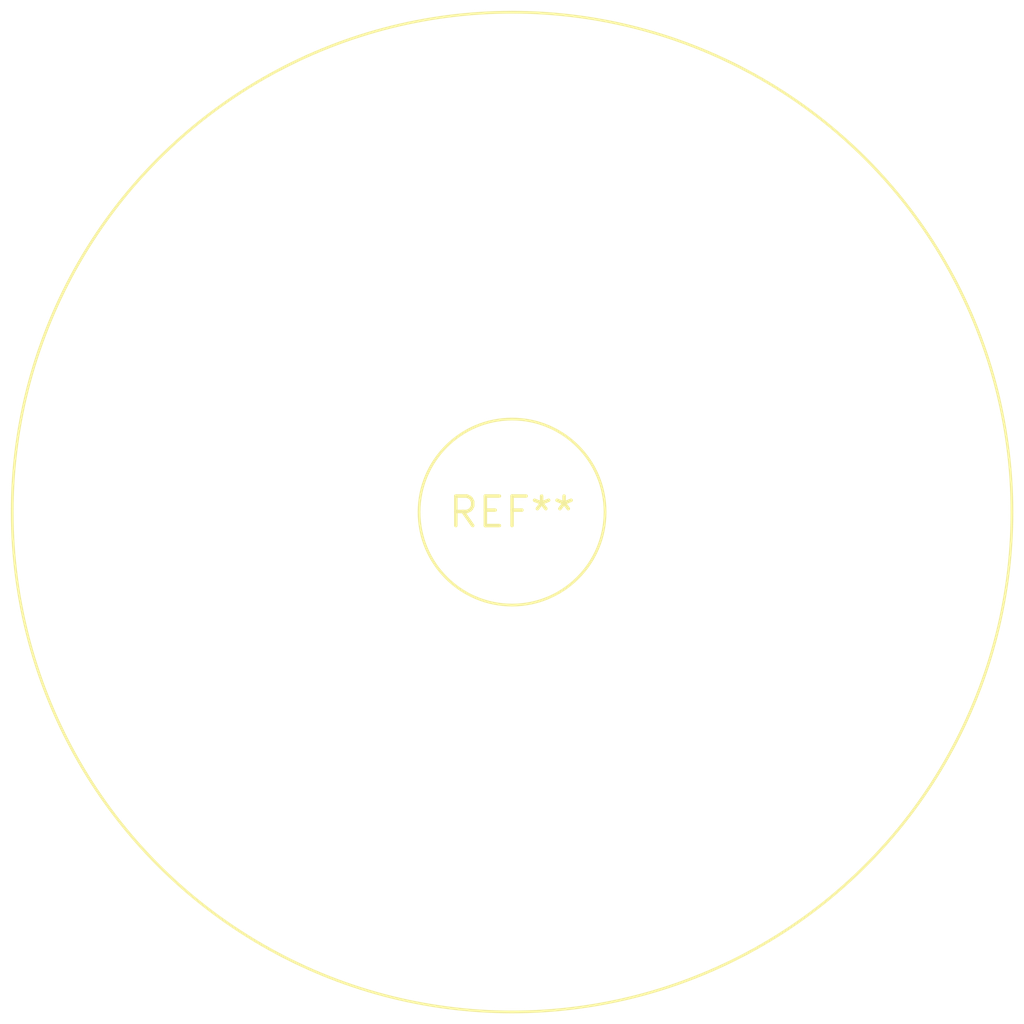
<source format=kicad_pcb>
(kicad_pcb (version 20240108) (generator pcbnew)
  (layers (0 "F.Cu" signal) (31 "B.Cu" signal) (34 "B.Paste" user) (35 "F.Paste" user) (36 "B.SilkS" user "B.Silkscreen") (37 "F.SilkS" user "F.Silkscreen") (38 "B.Mask" user) (39 "F.Mask" user) (44 "Edge.Cuts" user))
  (net 0 "")
  (footprint "EasterEgg_EWG1308-2013_ClassA" (layer "F.Cu") (at 0 0)
    (property "Reference" "REF**")
    (property "Value" "EasterEgg_EWG1308-2013_ClassA")
    (fp_circle (center 0 0) (end 0 -21.5) (layer "F.SilkS") (stroke (width 0.12)) (fill none))
    (fp_circle (center 0 0) (end 4 0) (layer "F.SilkS") (stroke (width 0.12)) (fill none))
  )
)
</source>
